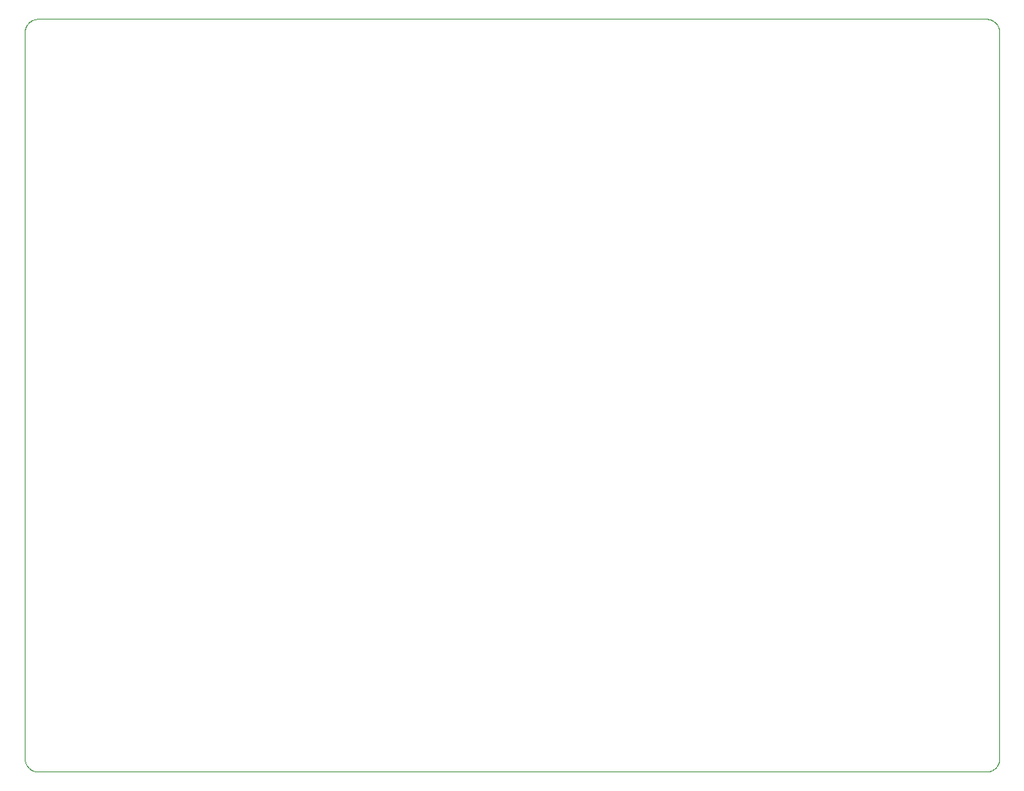
<source format=gko>
G75*
%MOIN*%
%OFA0B0*%
%FSLAX25Y25*%
%IPPOS*%
%LPD*%
%AMOC8*
5,1,8,0,0,1.08239X$1,22.5*
%
%ADD10C,0.00394*%
D10*
X0053776Y0028618D02*
X0053776Y0351453D01*
X0053775Y0351453D02*
X0053777Y0351605D01*
X0053783Y0351757D01*
X0053793Y0351909D01*
X0053806Y0352060D01*
X0053824Y0352211D01*
X0053845Y0352362D01*
X0053871Y0352512D01*
X0053900Y0352661D01*
X0053933Y0352810D01*
X0053970Y0352957D01*
X0054010Y0353104D01*
X0054055Y0353249D01*
X0054103Y0353393D01*
X0054155Y0353536D01*
X0054210Y0353678D01*
X0054269Y0353818D01*
X0054332Y0353957D01*
X0054398Y0354094D01*
X0054468Y0354229D01*
X0054541Y0354362D01*
X0054618Y0354493D01*
X0054698Y0354623D01*
X0054781Y0354750D01*
X0054867Y0354875D01*
X0054957Y0354998D01*
X0055050Y0355118D01*
X0055146Y0355236D01*
X0055245Y0355352D01*
X0055347Y0355465D01*
X0055451Y0355575D01*
X0055559Y0355683D01*
X0055669Y0355787D01*
X0055782Y0355889D01*
X0055898Y0355988D01*
X0056016Y0356084D01*
X0056136Y0356177D01*
X0056259Y0356267D01*
X0056384Y0356353D01*
X0056511Y0356436D01*
X0056641Y0356516D01*
X0056772Y0356593D01*
X0056905Y0356666D01*
X0057040Y0356736D01*
X0057177Y0356802D01*
X0057316Y0356865D01*
X0057456Y0356924D01*
X0057598Y0356979D01*
X0057741Y0357031D01*
X0057885Y0357079D01*
X0058030Y0357124D01*
X0058177Y0357164D01*
X0058324Y0357201D01*
X0058473Y0357234D01*
X0058622Y0357263D01*
X0058772Y0357289D01*
X0058923Y0357310D01*
X0059074Y0357328D01*
X0059225Y0357341D01*
X0059377Y0357351D01*
X0059529Y0357357D01*
X0059681Y0357359D01*
X0059681Y0357358D02*
X0480941Y0357358D01*
X0480941Y0357359D02*
X0481093Y0357357D01*
X0481245Y0357351D01*
X0481397Y0357341D01*
X0481548Y0357328D01*
X0481699Y0357310D01*
X0481850Y0357289D01*
X0482000Y0357263D01*
X0482149Y0357234D01*
X0482298Y0357201D01*
X0482445Y0357164D01*
X0482592Y0357124D01*
X0482737Y0357079D01*
X0482881Y0357031D01*
X0483024Y0356979D01*
X0483166Y0356924D01*
X0483306Y0356865D01*
X0483445Y0356802D01*
X0483582Y0356736D01*
X0483717Y0356666D01*
X0483850Y0356593D01*
X0483981Y0356516D01*
X0484111Y0356436D01*
X0484238Y0356353D01*
X0484363Y0356267D01*
X0484486Y0356177D01*
X0484606Y0356084D01*
X0484724Y0355988D01*
X0484840Y0355889D01*
X0484953Y0355787D01*
X0485063Y0355683D01*
X0485171Y0355575D01*
X0485275Y0355465D01*
X0485377Y0355352D01*
X0485476Y0355236D01*
X0485572Y0355118D01*
X0485665Y0354998D01*
X0485755Y0354875D01*
X0485841Y0354750D01*
X0485924Y0354623D01*
X0486004Y0354493D01*
X0486081Y0354362D01*
X0486154Y0354229D01*
X0486224Y0354094D01*
X0486290Y0353957D01*
X0486353Y0353818D01*
X0486412Y0353678D01*
X0486467Y0353536D01*
X0486519Y0353393D01*
X0486567Y0353249D01*
X0486612Y0353104D01*
X0486652Y0352957D01*
X0486689Y0352810D01*
X0486722Y0352661D01*
X0486751Y0352512D01*
X0486777Y0352362D01*
X0486798Y0352211D01*
X0486816Y0352060D01*
X0486829Y0351909D01*
X0486839Y0351757D01*
X0486845Y0351605D01*
X0486847Y0351453D01*
X0486846Y0351453D02*
X0486846Y0028618D01*
X0486847Y0028618D02*
X0486845Y0028466D01*
X0486839Y0028314D01*
X0486829Y0028162D01*
X0486816Y0028011D01*
X0486798Y0027860D01*
X0486777Y0027709D01*
X0486751Y0027559D01*
X0486722Y0027410D01*
X0486689Y0027261D01*
X0486652Y0027114D01*
X0486612Y0026967D01*
X0486567Y0026822D01*
X0486519Y0026678D01*
X0486467Y0026535D01*
X0486412Y0026393D01*
X0486353Y0026253D01*
X0486290Y0026114D01*
X0486224Y0025977D01*
X0486154Y0025842D01*
X0486081Y0025709D01*
X0486004Y0025578D01*
X0485924Y0025448D01*
X0485841Y0025321D01*
X0485755Y0025196D01*
X0485665Y0025073D01*
X0485572Y0024953D01*
X0485476Y0024835D01*
X0485377Y0024719D01*
X0485275Y0024606D01*
X0485171Y0024496D01*
X0485063Y0024388D01*
X0484953Y0024284D01*
X0484840Y0024182D01*
X0484724Y0024083D01*
X0484606Y0023987D01*
X0484486Y0023894D01*
X0484363Y0023804D01*
X0484238Y0023718D01*
X0484111Y0023635D01*
X0483981Y0023555D01*
X0483850Y0023478D01*
X0483717Y0023405D01*
X0483582Y0023335D01*
X0483445Y0023269D01*
X0483306Y0023206D01*
X0483166Y0023147D01*
X0483024Y0023092D01*
X0482881Y0023040D01*
X0482737Y0022992D01*
X0482592Y0022947D01*
X0482445Y0022907D01*
X0482298Y0022870D01*
X0482149Y0022837D01*
X0482000Y0022808D01*
X0481850Y0022782D01*
X0481699Y0022761D01*
X0481548Y0022743D01*
X0481397Y0022730D01*
X0481245Y0022720D01*
X0481093Y0022714D01*
X0480941Y0022712D01*
X0480941Y0022713D02*
X0059681Y0022713D01*
X0059681Y0022712D02*
X0059529Y0022714D01*
X0059377Y0022720D01*
X0059225Y0022730D01*
X0059074Y0022743D01*
X0058923Y0022761D01*
X0058772Y0022782D01*
X0058622Y0022808D01*
X0058473Y0022837D01*
X0058324Y0022870D01*
X0058177Y0022907D01*
X0058030Y0022947D01*
X0057885Y0022992D01*
X0057741Y0023040D01*
X0057598Y0023092D01*
X0057456Y0023147D01*
X0057316Y0023206D01*
X0057177Y0023269D01*
X0057040Y0023335D01*
X0056905Y0023405D01*
X0056772Y0023478D01*
X0056641Y0023555D01*
X0056511Y0023635D01*
X0056384Y0023718D01*
X0056259Y0023804D01*
X0056136Y0023894D01*
X0056016Y0023987D01*
X0055898Y0024083D01*
X0055782Y0024182D01*
X0055669Y0024284D01*
X0055559Y0024388D01*
X0055451Y0024496D01*
X0055347Y0024606D01*
X0055245Y0024719D01*
X0055146Y0024835D01*
X0055050Y0024953D01*
X0054957Y0025073D01*
X0054867Y0025196D01*
X0054781Y0025321D01*
X0054698Y0025448D01*
X0054618Y0025578D01*
X0054541Y0025709D01*
X0054468Y0025842D01*
X0054398Y0025977D01*
X0054332Y0026114D01*
X0054269Y0026253D01*
X0054210Y0026393D01*
X0054155Y0026535D01*
X0054103Y0026678D01*
X0054055Y0026822D01*
X0054010Y0026967D01*
X0053970Y0027114D01*
X0053933Y0027261D01*
X0053900Y0027410D01*
X0053871Y0027559D01*
X0053845Y0027709D01*
X0053824Y0027860D01*
X0053806Y0028011D01*
X0053793Y0028162D01*
X0053783Y0028314D01*
X0053777Y0028466D01*
X0053775Y0028618D01*
M02*

</source>
